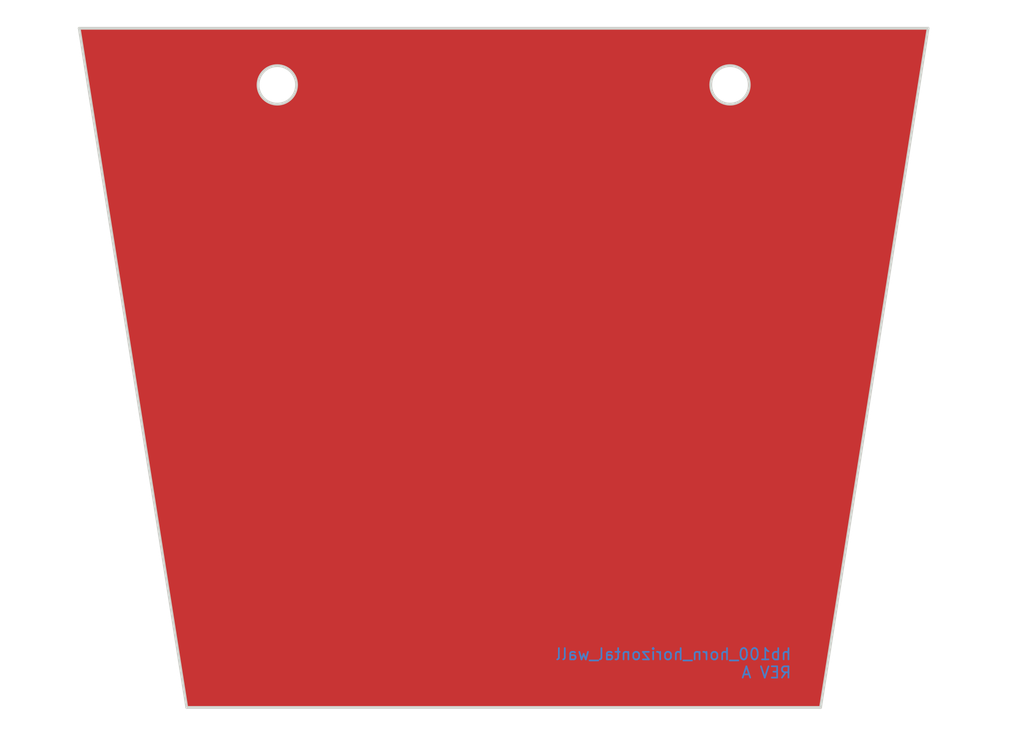
<source format=kicad_pcb>
(kicad_pcb (version 20221018) (generator pcbnew)

  (general
    (thickness 1.6)
  )

  (paper "A4")
  (layers
    (0 "F.Cu" signal)
    (31 "B.Cu" signal)
    (32 "B.Adhes" user "B.Adhesive")
    (33 "F.Adhes" user "F.Adhesive")
    (34 "B.Paste" user)
    (35 "F.Paste" user)
    (36 "B.SilkS" user "B.Silkscreen")
    (37 "F.SilkS" user "F.Silkscreen")
    (38 "B.Mask" user)
    (39 "F.Mask" user)
    (40 "Dwgs.User" user "User.Drawings")
    (41 "Cmts.User" user "User.Comments")
    (42 "Eco1.User" user "User.Eco1")
    (43 "Eco2.User" user "User.Eco2")
    (44 "Edge.Cuts" user)
    (45 "Margin" user)
    (46 "B.CrtYd" user "B.Courtyard")
    (47 "F.CrtYd" user "F.Courtyard")
    (48 "B.Fab" user)
    (49 "F.Fab" user)
    (50 "User.1" user)
    (51 "User.2" user)
    (52 "User.3" user)
    (53 "User.4" user)
    (54 "User.5" user)
    (55 "User.6" user)
    (56 "User.7" user)
    (57 "User.8" user)
    (58 "User.9" user)
  )

  (setup
    (pad_to_mask_clearance 0)
    (pcbplotparams
      (layerselection 0x00010fc_ffffffff)
      (plot_on_all_layers_selection 0x0000000_00000000)
      (disableapertmacros false)
      (usegerberextensions false)
      (usegerberattributes true)
      (usegerberadvancedattributes true)
      (creategerberjobfile true)
      (dashed_line_dash_ratio 12.000000)
      (dashed_line_gap_ratio 3.000000)
      (svgprecision 4)
      (plotframeref false)
      (viasonmask false)
      (mode 1)
      (useauxorigin false)
      (hpglpennumber 1)
      (hpglpenspeed 20)
      (hpglpendiameter 15.000000)
      (dxfpolygonmode true)
      (dxfimperialunits true)
      (dxfusepcbnewfont true)
      (psnegative false)
      (psa4output false)
      (plotreference true)
      (plotvalue true)
      (plotinvisibletext false)
      (sketchpadsonfab false)
      (subtractmaskfromsilk false)
      (outputformat 1)
      (mirror false)
      (drillshape 0)
      (scaleselection 1)
      (outputdirectory "plots/")
    )
  )

  (net 0 "")

  (gr_line (start 97.5 81.507425) (end 107 21.5)
    (stroke (width 0.2) (type solid)) (layer "Dwgs.User") (tstamp 4a7d0fcf-bf5a-4884-b1f5-60323605f41c))
  (gr_line (start 32 21.5) (end 41.5 81.507425)
    (stroke (width 0.2) (type solid)) (layer "Dwgs.User") (tstamp 6c9709ba-884c-4c74-aa37-8b85b5a6e457))
  (gr_line (start 107 21.5) (end 32 21.5)
    (stroke (width 0.2) (type solid)) (layer "Dwgs.User") (tstamp 6e124176-fa99-49d6-99ae-d84c2069c37d))
  (gr_circle (center 89.5 26.5) (end 91.2 26.5)
    (stroke (width 0.2) (type solid)) (fill none) (layer "Dwgs.User") (tstamp 84e14d79-a25e-4b7a-b4fe-cebe5990e754))
  (gr_line (start 41.5 81.507425) (end 97.5 81.507425)
    (stroke (width 0.2) (type solid)) (layer "Dwgs.User") (tstamp d3caf5ef-4d8d-40af-bc0b-42413a031bf9))
  (gr_circle (center 49.5 26.5) (end 51.2 26.5)
    (stroke (width 0.2) (type solid)) (fill none) (layer "Dwgs.User") (tstamp ec9d5fb9-448d-4635-b5a4-6f5c9669bb32))
  (gr_line (start 107 21.5) (end 97.5 81.507425)
    (stroke (width 0.25) (type solid)) (layer "Edge.Cuts") (tstamp 35ede7bb-cd72-4881-af1f-8b7518ec1fe4))
  (gr_circle (center 49.5 26.5) (end 51.2 26.5)
    (stroke (width 0.25) (type solid)) (fill none) (layer "Edge.Cuts") (tstamp 64b10373-296a-4dbe-94ac-8fd8d9d133db))
  (gr_circle (center 89.5 26.5) (end 91.2 26.5)
    (stroke (width 0.25) (type solid)) (fill none) (layer "Edge.Cuts") (tstamp 83d630d7-ffdb-401e-ad4a-bb64bcc17529))
  (gr_line (start 97.5 81.507425) (end 41.5 81.507425)
    (stroke (width 0.25) (type solid)) (layer "Edge.Cuts") (tstamp b9076961-0f93-40b4-a4d6-68739b437ada))
  (gr_line (start 41.5 81.507425) (end 32 21.5)
    (stroke (width 0.25) (type solid)) (layer "Edge.Cuts") (tstamp e66fde77-90d1-42a7-966e-1378e28f169f))
  (gr_line (start 32 21.5) (end 107 21.5)
    (stroke (width 0.25) (type solid)) (layer "Edge.Cuts") (tstamp fd927318-14ff-4781-951e-23990cd65de4))
  (gr_text "hb100_horn_horizontal_wall\nREV A" (at 95 79) (layer "B.Cu") (tstamp d0761a37-8de4-4720-a23f-20549e35dbd0)
    (effects (font (size 1 1) (thickness 0.15)) (justify left bottom mirror))
  )
  (gr_text "hb100_horn_horizontal_wall\nREV A" (at 95 79) (layer "B.Mask") (tstamp 12132012-f3e3-4ec9-89fa-c308804df2ba)
    (effects (font (size 1 1) (thickness 0.15)) (justify left bottom mirror))
  )

  (zone (net 0) (net_name "") (layer "F.Cu") (tstamp ed0cc637-b977-4d6c-a7e4-620198b78416) (hatch edge 0.5)
    (connect_pads (clearance 0.5))
    (min_thickness 0.25) (filled_areas_thickness no)
    (fill yes (thermal_gap 0.5) (thermal_bridge_width 0.5) (island_removal_mode 1) (island_area_min 10))
    (polygon
      (pts
        (xy 25 19)
        (xy 115.5 19)
        (xy 115.5 85)
        (xy 25 85)
      )
    )
    (filled_polygon
      (layer "F.Cu")
      (island)
      (pts
        (xy 106.921279 21.520185)
        (xy 106.967034 21.572989)
        (xy 106.976978 21.642147)
        (xy 106.976724 21.643827)
        (xy 105.939624 28.194748)
        (xy 97.516134 81.402314)
        (xy 97.486209 81.465451)
        (xy 97.4269 81.502387)
        (xy 97.393659 81.506925)
        (xy 41.606341 81.506925)
        (xy 41.539302 81.48724)
        (xy 41.493547 81.434436)
        (xy 41.483866 81.402314)
        (xy 33.060376 28.194748)
        (xy 32.792075 26.500004)
        (xy 47.794732 26.500004)
        (xy 47.813777 26.754154)
        (xy 47.870103 27.000936)
        (xy 47.870492 27.002637)
        (xy 47.963607 27.239888)
        (xy 48.091041 27.460612)
        (xy 48.24995 27.659877)
        (xy 48.436783 27.833232)
        (xy 48.647366 27.976805)
        (xy 48.647371 27.976807)
        (xy 48.647372 27.976808)
        (xy 48.647373 27.976809)
        (xy 48.805937 28.053169)
        (xy 48.876996 28.087389)
        (xy 48.919157 28.100394)
        (xy 48.926249 28.103066)
        (xy 48.961245 28.118755)
        (xy 48.989189 28.121996)
        (xy 49.120542 28.162513)
        (xy 49.120547 28.162513)
        (xy 49.120548 28.162514)
        (xy 49.168109 28.169683)
        (xy 49.175301 28.171207)
        (xy 49.177981 28.171942)
        (xy 49.178046 28.171958)
        (xy 49.212236 28.181352)
        (xy 49.239247 28.180405)
        (xy 49.372565 28.2005)
        (xy 49.372571 28.2005)
        (xy 49.424692 28.2005)
        (xy 49.43181 28.20091)
        (xy 49.469689 28.205284)
        (xy 49.49519 28.2005)
        (xy 49.627431 28.2005)
        (xy 49.627435 28.2005)
        (xy 49.683035 28.192119)
        (xy 49.689885 28.191474)
        (xy 49.695249 28.191269)
        (xy 49.69525 28.191268)
        (xy 49.697309 28.19119)
        (xy 49.697349 28.191187)
        (xy 49.727791 28.190019)
        (xy 49.751198 28.181845)
        (xy 49.879458 28.162513)
        (xy 49.937169 28.144711)
        (xy 49.943563 28.14311)
        (xy 49.951131 28.141643)
        (xy 49.951138 28.14164)
        (xy 49.951832 28.141506)
        (xy 49.951841 28.141504)
        (xy 49.980545 28.135937)
        (xy 50.001435 28.124887)
        (xy 50.123004 28.087389)
        (xy 50.181179 28.059373)
        (xy 50.187082 28.056899)
        (xy 50.19644 28.053539)
        (xy 50.196447 28.053535)
        (xy 50.197436 28.05318)
        (xy 50.197464 28.053169)
        (xy 50.22216 28.044299)
        (xy 50.240202 28.030949)
        (xy 50.352634 27.976805)
        (xy 50.409509 27.938028)
        (xy 50.41477 27.934814)
        (xy 50.425425 27.929021)
        (xy 50.425431 27.929016)
        (xy 50.447077 27.917246)
        (xy 50.462058 27.9022)
        (xy 50.563217 27.833232)
        (xy 50.616865 27.783454)
        (xy 50.621428 27.779614)
        (xy 50.650157 27.757715)
        (xy 50.661983 27.74159)
        (xy 50.75005 27.659877)
        (xy 50.798445 27.599191)
        (xy 50.802229 27.594874)
        (xy 50.813461 27.583204)
        (xy 50.813464 27.583199)
        (xy 50.814117 27.582521)
        (xy 50.814124 27.582514)
        (xy 50.826752 27.569392)
        (xy 50.835434 27.552808)
        (xy 50.908959 27.460612)
        (xy 50.910836 27.457362)
        (xy 50.92392 27.434696)
        (xy 50.950033 27.389467)
        (xy 50.952993 27.384831)
        (xy 50.963419 27.37001)
        (xy 50.963423 27.370001)
        (xy 50.972813 27.356652)
        (xy 50.978484 27.340189)
        (xy 51.036393 27.239888)
        (xy 51.068103 27.15909)
        (xy 51.070252 27.154241)
        (xy 51.079074 27.136424)
        (xy 51.079075 27.13642)
        (xy 51.081138 27.132254)
        (xy 51.08185 27.131481)
        (xy 51.0833 27.127885)
        (xy 51.083837 27.126798)
        (xy 51.085357 27.116569)
        (xy 51.087086 27.111105)
        (xy 51.088459 27.107225)
        (xy 51.129508 27.002637)
        (xy 51.149887 26.913346)
        (xy 51.151214 26.908472)
        (xy 51.157476 26.888685)
        (xy 51.158719 26.886836)
        (xy 51.160208 26.880469)
        (xy 51.160168 26.872058)
        (xy 51.161628 26.862601)
        (xy 51.162447 26.858321)
        (xy 51.186222 26.754157)
        (xy 51.193436 26.657889)
        (xy 51.193977 26.65317)
        (xy 51.197506 26.630325)
        (xy 51.197506 26.630323)
        (xy 51.197649 26.629398)
        (xy 51.197653 26.62936)
        (xy 51.198657 26.622856)
        (xy 51.197764 26.616848)
        (xy 51.197779 26.616012)
        (xy 51.198161 26.596058)
        (xy 51.198318 26.592735)
        (xy 51.205268 26.500004)
        (xy 87.794732 26.500004)
        (xy 87.813777 26.754154)
        (xy 87.870103 27.000936)
        (xy 87.870492 27.002637)
        (xy 87.963607 27.239888)
        (xy 88.091041 27.460612)
        (xy 88.24995 27.659877)
        (xy 88.436783 27.833232)
        (xy 88.647366 27.976805)
        (xy 88.647371 27.976807)
        (xy 88.647372 27.976808)
        (xy 88.647373 27.976809)
        (xy 88.805937 28.053169)
        (xy 88.876996 28.087389)
        (xy 88.919157 28.100394)
        (xy 88.926249 28.103066)
        (xy 88.961245 28.118755)
        (xy 88.989189 28.121996)
        (xy 89.120542 28.162513)
        (xy 89.120547 28.162513)
        (xy 89.120548 28.162514)
        (xy 89.168109 28.169683)
        (xy 89.175301 28.171207)
        (xy 89.177981 28.171942)
        (xy 89.178046 28.171958)
        (xy 89.212236 28.181352)
        (xy 89.239247 28.180405)
        (xy 89.372565 28.2005)
        (xy 89.372571 28.2005)
        (xy 89.424692 28.2005)
        (xy 89.43181 28.20091)
        (xy 89.469689 28.205284)
        (xy 89.49519 28.2005)
        (xy 89.627431 28.2005)
        (xy 89.627435 28.2005)
        (xy 89.683035 28.192119)
        (xy 89.689885 28.191474)
        (xy 89.695249 28.191269)
        (xy 89.69525 28.191268)
        (xy 89.697309 28.19119)
        (xy 89.697349 28.191187)
        (xy 89.727791 28.190019)
        (xy 89.751198 28.181845)
        (xy 89.879458 28.162513)
        (xy 89.937169 28.144711)
        (xy 89.943563 28.14311)
        (xy 89.951131 28.141643)
        (xy 89.951138 28.14164)
        (xy 89.951832 28.141506)
        (xy 89.951841 28.141504)
        (xy 89.980545 28.135937)
        (xy 90.001435 28.124887)
        (xy 90.123004 28.087389)
        (xy 90.181179 28.059373)
        (xy 90.187082 28.056899)
        (xy 90.19644 28.053539)
        (xy 90.196447 28.053535)
        (xy 90.197436 28.05318)
        (xy 90.197464 28.053169)
        (xy 90.22216 28.044299)
        (xy 90.240202 28.030949)
        (xy 90.352634 27.976805)
        (xy 90.409509 27.938028)
        (xy 90.41477 27.934814)
        (xy 90.425425 27.929021)
        (xy 90.425431 27.929016)
        (xy 90.447077 27.917246)
        (xy 90.462058 27.9022)
        (xy 90.563217 27.833232)
        (xy 90.616865 27.783454)
        (xy 90.621428 27.779614)
        (xy 90.650157 27.757715)
        (xy 90.661983 27.74159)
        (xy 90.75005 27.659877)
        (xy 90.798445 27.599191)
        (xy 90.802229 27.594874)
        (xy 90.813461 27.583204)
        (xy 90.813464 27.583199)
        (xy 90.814117 27.582521)
        (xy 90.814124 27.582514)
        (xy 90.826752 27.569392)
        (xy 90.835434 27.552808)
        (xy 90.908959 27.460612)
        (xy 90.910836 27.457362)
        (xy 90.92392 27.434696)
        (xy 90.950033 27.389467)
        (xy 90.952993 27.384831)
        (xy 90.963419 27.37001)
        (xy 90.963423 27.370001)
        (xy 90.972813 27.356652)
        (xy 90.978484 27.340189)
        (xy 91.036393 27.239888)
        (xy 91.068103 27.15909)
        (xy 91.070252 27.154241)
        (xy 91.079074 27.136424)
        (xy 91.079075 27.13642)
        (xy 91.081138 27.132254)
        (xy 91.08185 27.131481)
        (xy 91.0833 27.127885)
        (xy 91.083837 27.126798)
        (xy 91.085357 27.116569)
        (xy 91.087086 27.111105)
        (xy 91.088459 27.107225)
        (xy 91.129508 27.002637)
        (xy 91.149887 26.913346)
        (xy 91.151214 26.908472)
        (xy 91.157476 26.888685)
        (xy 91.158719 26.886836)
        (xy 91.160208 26.880469)
        (xy 91.160168 26.872058)
        (xy 91.161628 26.862601)
        (xy 91.162447 26.858321)
        (xy 91.186222 26.754157)
        (xy 91.193436 26.657889)
        (xy 91.193977 26.65317)
        (xy 91.197506 26.630325)
        (xy 91.197506 26.630323)
        (xy 91.197649 26.629398)
        (xy 91.197653 26.62936)
        (xy 91.198657 26.622856)
        (xy 91.197764 26.616848)
        (xy 91.197779 26.616012)
        (xy 91.198161 26.596058)
        (xy 91.198318 26.592735)
        (xy 91.205268 26.5)
        (xy 91.198318 26.407268)
        (xy 91.198161 26.403938)
        (xy 91.197763 26.38315)
        (xy 91.198927 26.378889)
        (xy 91.197694 26.370905)
        (xy 91.197691 26.370878)
        (xy 91.197506 26.369681)
        (xy 91.197506 26.369675)
        (xy 91.193978 26.346838)
        (xy 91.193435 26.342102)
        (xy 91.186222 26.245843)
        (xy 91.162442 26.141657)
        (xy 91.161628 26.137394)
        (xy 91.160166 26.127934)
        (xy 91.160927 26.122225)
        (xy 91.160592 26.121165)
        (xy 91.159006 26.114389)
        (xy 91.157476 26.111314)
        (xy 91.156953 26.109664)
        (xy 91.151208 26.091509)
        (xy 91.149889 26.086661)
        (xy 91.129508 25.997363)
        (xy 91.088462 25.892782)
        (xy 91.087085 25.88889)
        (xy 91.08536 25.883441)
        (xy 91.085205 25.875961)
        (xy 91.083299 25.872112)
        (xy 91.082073 25.869072)
        (xy 91.081139 25.867746)
        (xy 91.079063 25.863554)
        (xy 91.070235 25.845725)
        (xy 91.068107 25.840918)
        (xy 91.036393 25.760112)
        (xy 90.978485 25.659812)
        (xy 90.975373 25.646983)
        (xy 90.953006 25.615185)
        (xy 90.950022 25.610512)
        (xy 90.910835 25.542638)
        (xy 90.908959 25.539388)
        (xy 90.835434 25.447191)
        (xy 90.830071 25.434055)
        (xy 90.80224 25.405137)
        (xy 90.798445 25.400808)
        (xy 90.75005 25.340123)
        (xy 90.750047 25.34012)
        (xy 90.661983 25.258408)
        (xy 90.654224 25.245382)
        (xy 90.621427 25.220383)
        (xy 90.616839 25.216521)
        (xy 90.563217 25.166767)
        (xy 90.462058 25.097798)
        (xy 90.451847 25.085346)
        (xy 90.414795 25.065197)
        (xy 90.409485 25.061955)
        (xy 90.352634 25.023195)
        (xy 90.35263 25.023193)
        (xy 90.240201 24.96905)
        (xy 90.227562 24.957639)
        (xy 90.198837 24.947322)
        (xy 90.198828 24.947318)
        (xy 90.187094 24.943103)
        (xy 90.181152 24.940613)
        (xy 90.123006 24.912612)
        (xy 90.123004 24.912611)
        (xy 90.072177 24.896933)
        (xy 90.001434 24.875111)
        (xy 89.986484 24.865213)
        (xy 89.943597 24.856895)
        (xy 89.937122 24.855274)
        (xy 89.879463 24.837488)
        (xy 89.879459 24.837487)
        (xy 89.879458 24.837487)
        (xy 89.831876 24.830315)
        (xy 89.751191 24.818153)
        (xy 89.734124 24.810218)
        (xy 89.689874 24.808523)
        (xy 89.683001 24.807875)
        (xy 89.62744 24.7995)
        (xy 89.627435 24.7995)
        (xy 89.495192 24.7995)
        (xy 89.476308 24.793955)
        (xy 89.441178 24.79801)
        (xy 89.441171 24.798011)
        (xy 89.431819 24.799091)
        (xy 89.424704 24.7995)
        (xy 89.372557 24.7995)
        (xy 89.239233 24.819596)
        (xy 89.218904 24.816814)
        (xy 89.179073 24.827758)
        (xy 89.179038 24.827767)
        (xy 89.175274 24.828799)
        (xy 89.168115 24.830315)
        (xy 89.120539 24.837487)
        (xy 88.989113 24.878026)
        (xy 88.967772 24.878316)
        (xy 88.926247 24.896933)
        (xy 88.919153 24.899606)
        (xy 88.876998 24.912609)
        (xy 88.64737 25.023192)
        (xy 88.436782 25.166768)
        (xy 88.249952 25.340121)
        (xy 88.24995 25.340123)
        (xy 88.091041 25.539388)
        (xy 87.963608 25.760109)
        (xy 87.870492 25.997362)
        (xy 87.87049 25.997369)
        (xy 87.813777 26.245845)
        (xy 87.794732 26.499995)
        (xy 87.794732 26.500004)
        (xy 51.205268 26.500004)
        (xy 51.205268 26.5)
        (xy 51.198318 26.407268)
        (xy 51.198161 26.403938)
        (xy 51.197763 26.38315)
        (xy 51.198927 26.378889)
        (xy 51.197694 26.370905)
        (xy 51.197691 26.370878)
        (xy 51.197506 26.369681)
        (xy 51.197506 26.369675)
        (xy 51.193978 26.346838)
        (xy 51.193435 26.342102)
        (xy 51.186222 26.245843)
        (xy 51.162442 26.141657)
        (xy 51.161628 26.137394)
        (xy 51.160166 26.127934)
        (xy 51.160927 26.122225)
        (xy 51.160592 26.121165)
        (xy 51.159006 26.114389)
        (xy 51.157476 26.111314)
        (xy 51.156953 26.109664)
        (xy 51.151208 26.091509)
        (xy 51.149889 26.086661)
        (xy 51.129508 25.997363)
        (xy 51.088462 25.892782)
        (xy 51.087085 25.88889)
        (xy 51.08536 25.883441)
        (xy 51.085205 25.875961)
        (xy 51.083299 25.872112)
        (xy 51.082073 25.869072)
        (xy 51.081139 25.867746)
        (xy 51.079063 25.863554)
        (xy 51.070235 25.845725)
        (xy 51.068107 25.840918)
        (xy 51.036393 25.760112)
        (xy 50.978485 25.659812)
        (xy 50.975373 25.646983)
        (xy 50.953006 25.615185)
        (xy 50.950022 25.610512)
        (xy 50.910835 25.542638)
        (xy 50.908959 25.539388)
        (xy 50.835434 25.447191)
        (xy 50.830071 25.434055)
        (xy 50.80224 25.405137)
        (xy 50.798445 25.400808)
        (xy 50.75005 25.340123)
        (xy 50.750047 25.34012)
        (xy 50.661983 25.258408)
        (xy 50.654224 25.245382)
        (xy 50.621427 25.220383)
        (xy 50.616839 25.216521)
        (xy 50.563217 25.166767)
        (xy 50.462058 25.097798)
        (xy 50.451847 25.085346)
        (xy 50.414795 25.065197)
        (xy 50.409485 25.061955)
        (xy 50.352634 25.023195)
        (xy 50.35263 25.023193)
        (xy 50.240201 24.96905)
        (xy 50.227562 24.957639)
        (xy 50.198837 24.947322)
        (xy 50.198828 24.947318)
        (xy 50.187094 24.943103)
        (xy 50.181152 24.940613)
        (xy 50.123006 24.912612)
        (xy 50.123004 24.912611)
        (xy 50.072177 24.896933)
        (xy 50.001434 24.875111)
        (xy 49.986484 24.865213)
        (xy 49.943597 24.856895)
        (xy 49.937122 24.855274)
        (xy 49.879463 24.837488)
        (xy 49.879459 24.837487)
        (xy 49.879458 24.837487)
        (xy 49.831876 24.830315)
        (xy 49.751191 24.818153)
        (xy 49.734124 24.810218)
        (xy 49.689874 24.808523)
        (xy 49.683001 24.807875)
        (xy 49.62744 24.7995)
        (xy 49.627435 24.7995)
        (xy 49.495192 24.7995)
        (xy 49.476308 24.793955)
        (xy 49.441178 24.79801)
        (xy 49.441171 24.798011)
        (xy 49.431819 24.799091)
        (xy 49.424704 24.7995)
        (xy 49.372557 24.7995)
        (xy 49.239233 24.819596)
        (xy 49.218904 24.816814)
        (xy 49.179073 24.827758)
        (xy 49.179038 24.827767)
        (xy 49.175274 24.828799)
        (xy 49.168115 24.830315)
        (xy 49.120539 24.837487)
        (xy 48.989113 24.878026)
        (xy 48.967772 24.878316)
        (xy 48.926247 24.896933)
        (xy 48.919153 24.899606)
        (xy 48.876998 24.912609)
        (xy 48.64737 25.023192)
        (xy 48.436782 25.166768)
        (xy 48.249952 25.340121)
        (xy 48.24995 25.340123)
        (xy 48.091041 25.539388)
        (xy 47.963608 25.760109)
        (xy 47.870492 25.997362)
        (xy 47.87049 25.997369)
        (xy 47.813777 26.245845)
        (xy 47.794732 26.499995)
        (xy 47.794732 26.500004)
        (xy 32.792075 26.500004)
        (xy 32.023285 21.643887)
        (xy 32.032245 21.574597)
        (xy 32.077245 21.521148)
        (xy 32.143998 21.500513)
        (xy 32.14576 21.5005)
        (xy 106.85424 21.5005)
      )
    )
  )
  (zone (net 0) (net_name "") (layer "F.Mask") (tstamp b7800573-6c1f-47ea-9811-ce382dce9f70) (hatch edge 0.5)
    (connect_pads (clearance 0.5))
    (min_thickness 0.25) (filled_areas_thickness no)
    (fill yes (thermal_gap 0.5) (thermal_bridge_width 0.5))
    (polygon
      (pts
        (xy 25 19)
        (xy 115.5 19)
        (xy 115.5 85)
        (xy 25 85)
      )
    )
    (filled_polygon
      (layer "F.Mask")
      (island)
      (pts
        (xy 106.921864 21.519685)
        (xy 106.967619 21.572489)
        (xy 106.977563 21.641647)
        (xy 106.9773 21.643389)
        (xy 97.516561 81.402814)
        (xy 97.486636 81.465951)
        (xy 97.427327 81.502887)
        (xy 97.394086 81.507425)
        (xy 41.605914 81.507425)
        (xy 41.538875 81.48774)
        (xy 41.49312 81.434936)
        (xy 41.483439 81.402814)
        (xy 32.791568 26.5)
        (xy 47.797499 26.5)
        (xy 47.817451 26.759884)
        (xy 47.817451 26.759889)
        (xy 47.87684 27.013677)
        (xy 47.876841 27.013682)
        (xy 47.974277 27.255435)
        (xy 47.974281 27.255441)
        (xy 48.107473 27.479479)
        (xy 48.273309 27.680568)
        (xy 48.467899 27.853986)
        (xy 48.467907 27.853993)
        (xy 48.686676 27.995666)
        (xy 48.686684 27.99567)
        (xy 48.924523 28.102291)
        (xy 48.924525 28.102292)
        (xy 49.175853 28.171358)
        (xy 49.175857 28.171359)
        (xy 49.43479 28.201251)
        (xy 49.695249 28.191269)
        (xy 49.951134 28.141642)
        (xy 50.196435 28.053541)
        (xy 50.425428 27.929018)
        (xy 50.632713 27.771011)
        (xy 50.813459 27.583204)
        (xy 50.813463 27.5832)
        (xy 50.963419 27.370009)
        (xy 51.079073 27.136425)
        (xy 51.079074 27.136422)
        (xy 51.157716 26.887924)
        (xy 51.197506 26.630324)
        (xy 51.197506 26.630317)
        (xy 51.2 26.5)
        (xy 87.797499 26.5)
        (xy 87.817451 26.759884)
        (xy 87.817451 26.759889)
        (xy 87.87684 27.013677)
        (xy 87.876841 27.013682)
        (xy 87.974277 27.255435)
        (xy 87.974281 27.255441)
        (xy 88.107473 27.479479)
        (xy 88.273309 27.680568)
        (xy 88.467899 27.853986)
        (xy 88.467907 27.853993)
        (xy 88.686676 27.995666)
        (xy 88.686684 27.99567)
        (xy 88.924523 28.102291)
        (xy 88.924525 28.102292)
        (xy 89.175853 28.171358)
        (xy 89.175857 28.171359)
        (xy 89.43479 28.201251)
        (xy 89.695249 28.191269)
        (xy 89.951134 28.141642)
        (xy 90.196435 28.053541)
        (xy 90.425428 27.929018)
        (xy 90.632713 27.771011)
        (xy 90.813459 27.583204)
        (xy 90.813463 27.5832)
        (xy 90.963419 27.370009)
        (xy 91.079073 27.136425)
        (xy 91.079074 27.136422)
        (xy 91.157716 26.887924)
        (xy 91.197506 26.630324)
        (xy 91.197506 26.630317)
        (xy 91.2 26.5)
        (xy 91.197506 26.369682)
        (xy 91.197506 26.369675)
        (xy 91.157716 26.112075)
        (xy 91.079074 25.863577)
        (xy 91.079073 25.863574)
        (xy 90.963419 25.62999)
        (xy 90.813463 25.416799)
        (xy 90.813459 25.416795)
        (xy 90.632713 25.228988)
        (xy 90.425428 25.070981)
        (xy 90.196435 24.946458)
        (xy 89.951134 24.858357)
        (xy 89.695249 24.80873)
        (xy 89.43479 24.798748)
        (xy 89.175857 24.82864)
        (xy 89.175853 24.828641)
        (xy 88.924525 24.897707)
        (xy 88.924523 24.897708)
        (xy 88.686684 25.004329)
        (xy 88.686676 25.004333)
        (xy 88.467907 25.146006)
        (xy 88.467899 25.146013)
        (xy 88.273309 25.319431)
        (xy 88.107473 25.52052)
        (xy 87.974281 25.744558)
        (xy 87.974277 25.744564)
        (xy 87.876841 25.986317)
        (xy 87.87684 25.986322)
        (xy 87.817451 26.24011)
        (xy 87.817451 26.240115)
        (xy 87.797499 26.499997)
        (xy 87.797499 26.5)
        (xy 51.2 26.5)
        (xy 51.197506 26.369682)
        (xy 51.197506 26.369675)
        (xy 51.157716 26.112075)
        (xy 51.079074 25.863577)
        (xy 51.079073 25.863574)
        (xy 50.963419 25.62999)
        (xy 50.813463 25.416799)
        (xy 50.813459 25.416795)
        (xy 50.632713 25.228988)
        (xy 50.425428 25.070981)
        (xy 50.196435 24.946458)
        (xy 49.951134 24.858357)
        (xy 49.695249 24.80873)
        (xy 49.43479 24.798748)
        (xy 49.175857 24.82864)
        (xy 49.175853 24.828641)
        (xy 48.924525 24.897707)
        (xy 48.924523 24.897708)
        (xy 48.686684 25.004329)
        (xy 48.686676 25.004333)
        (xy 48.467907 25.146006)
        (xy 48.467899 25.146013)
        (xy 48.273309 25.319431)
        (xy 48.107473 25.52052)
        (xy 47.974281 25.744558)
        (xy 47.974277 25.744564)
        (xy 47.876841 25.986317)
        (xy 47.87684 25.986322)
        (xy 47.817451 26.24011)
        (xy 47.817451 26.240115)
        (xy 47.797499 26.499997)
        (xy 47.797499 26.5)
        (xy 32.791568 26.5)
        (xy 32.0227 21.643389)
        (xy 32.03166 21.574097)
        (xy 32.07666 21.520648)
        (xy 32.143413 21.500013)
        (xy 32.145175 21.5)
        (xy 106.854825 21.5)
      )
    )
  )
  (group "" (id 5ed0e457-c772-4086-a85f-a0d9ca38bea2)
    (members
      35ede7bb-cd72-4881-af1f-8b7518ec1fe4
      4a7d0fcf-bf5a-4884-b1f5-60323605f41c
      64b10373-296a-4dbe-94ac-8fd8d9d133db
      6c9709ba-884c-4c74-aa37-8b85b5a6e457
      6e124176-fa99-49d6-99ae-d84c2069c37d
      83d630d7-ffdb-401e-ad4a-bb64bcc17529
      84e14d79-a25e-4b7a-b4fe-cebe5990e754
      b9076961-0f93-40b4-a4d6-68739b437ada
      d3caf5ef-4d8d-40af-bc0b-42413a031bf9
      e66fde77-90d1-42a7-966e-1378e28f169f
      ec9d5fb9-448d-4635-b5a4-6f5c9669bb32
      fd927318-14ff-4781-951e-23990cd65de4
    )
  )
)

</source>
